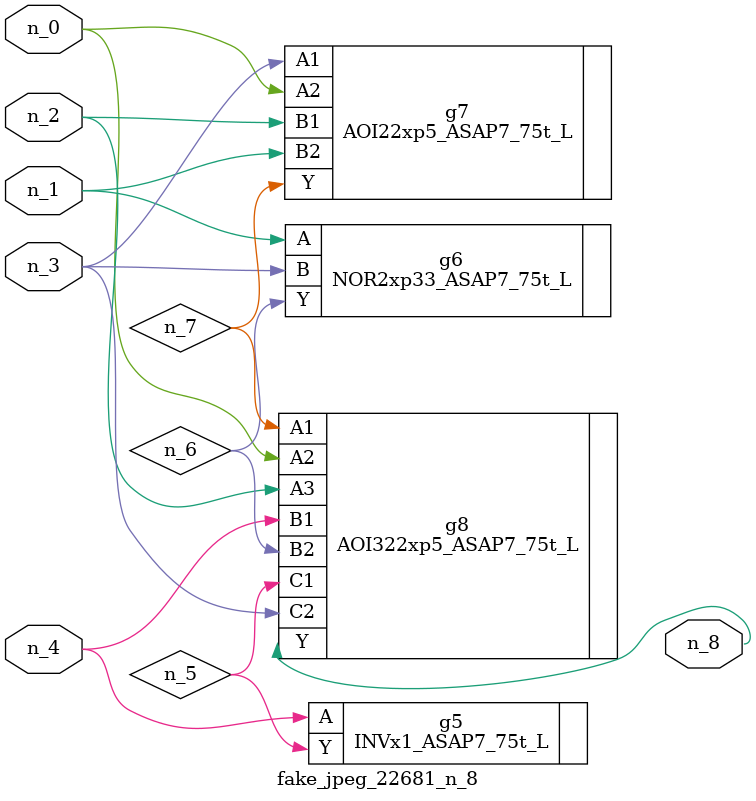
<source format=v>
module fake_jpeg_22681_n_8 (n_3, n_2, n_1, n_0, n_4, n_8);

input n_3;
input n_2;
input n_1;
input n_0;
input n_4;

output n_8;

wire n_6;
wire n_5;
wire n_7;

INVx1_ASAP7_75t_L g5 ( 
.A(n_4),
.Y(n_5)
);

NOR2xp33_ASAP7_75t_L g6 ( 
.A(n_1),
.B(n_3),
.Y(n_6)
);

AOI22xp5_ASAP7_75t_L g7 ( 
.A1(n_3),
.A2(n_0),
.B1(n_2),
.B2(n_1),
.Y(n_7)
);

AOI322xp5_ASAP7_75t_L g8 ( 
.A1(n_7),
.A2(n_0),
.A3(n_2),
.B1(n_4),
.B2(n_6),
.C1(n_5),
.C2(n_3),
.Y(n_8)
);


endmodule
</source>
